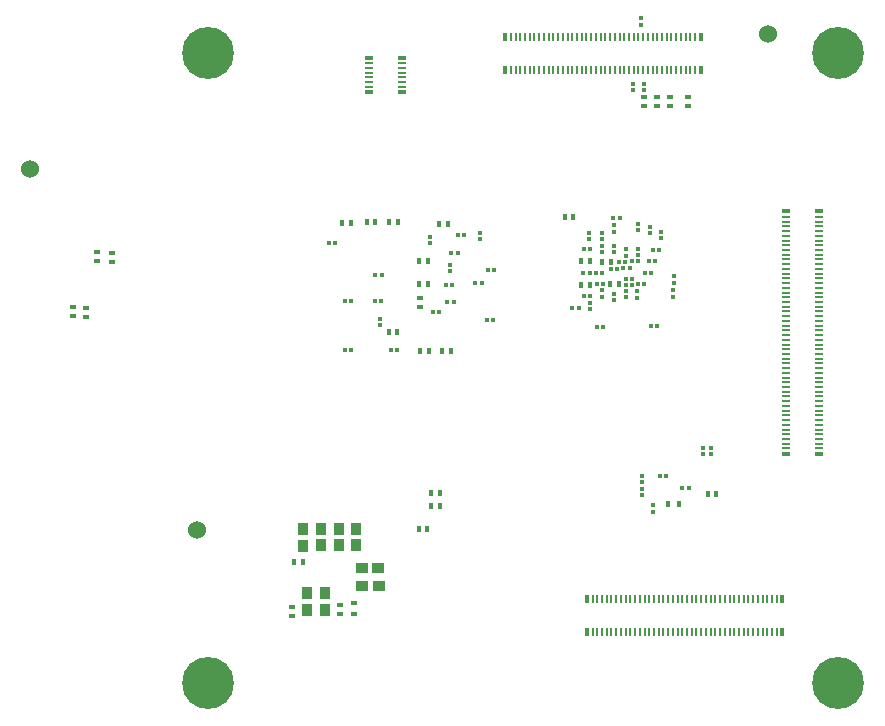
<source format=gbr>
%TF.GenerationSoftware,Altium Limited,Altium Designer,25.7.1 (20)*%
G04 Layer_Color=255*
%FSLAX45Y45*%
%MOMM*%
%TF.SameCoordinates,1AA72D45-9F13-4BD8-B423-63960E99F270*%
%TF.FilePolarity,Positive*%
%TF.FileFunction,Pads,Bot*%
%TF.Part,Single*%
G01*
G75*
%TA.AperFunction,SMDPad,CuDef*%
%ADD23R,0.30480X0.30480*%
%ADD41R,0.45720X0.60960*%
%ADD50R,0.45720X0.50800*%
%ADD51R,0.50800X0.45720*%
%ADD52R,0.99060X0.81280*%
%ADD53R,0.81280X0.99060*%
%ADD55R,0.30480X0.30480*%
%ADD58R,0.60960X0.45720*%
%TA.AperFunction,ComponentPad*%
%ADD77C,4.40004*%
%TA.AperFunction,SMDPad,CuDef*%
%ADD85R,0.68580X0.20320*%
%ADD86R,0.68580X0.35560*%
%ADD87R,0.35560X0.68580*%
%ADD88R,0.20320X0.68580*%
%ADD89C,1.52400*%
D23*
X5607812Y2147138D02*
D03*
X5661203D02*
D03*
X5852820Y2048078D02*
D03*
X5799430D02*
D03*
X5268544Y4336593D02*
D03*
X5215153D02*
D03*
X5548452Y4065803D02*
D03*
X5601843D02*
D03*
X5479085Y3774186D02*
D03*
X5425694D02*
D03*
X5483428Y3873652D02*
D03*
X5536819D02*
D03*
X5516347Y3968750D02*
D03*
X5569737D02*
D03*
X5354676Y3911803D02*
D03*
X5301285D02*
D03*
X5370043Y3967861D02*
D03*
X5423433D02*
D03*
X5261585Y3965245D02*
D03*
X5314975D02*
D03*
X5075326Y3412617D02*
D03*
X5128717D02*
D03*
X5531637Y3420872D02*
D03*
X5585028D02*
D03*
X5017567Y3671062D02*
D03*
X4964176D02*
D03*
X5069713Y3867302D02*
D03*
X5123104D02*
D03*
X5019802Y4069283D02*
D03*
X4966411D02*
D03*
X5013858Y3873652D02*
D03*
X4960468D02*
D03*
X3739540Y3537153D02*
D03*
X3686150D02*
D03*
X3897071Y4192549D02*
D03*
X3950462D02*
D03*
X3863086Y3621710D02*
D03*
X3809695D02*
D03*
X3254426Y3853028D02*
D03*
X3201035D02*
D03*
X3383966Y3218790D02*
D03*
X3330575D02*
D03*
X3252191Y3631590D02*
D03*
X3198800D02*
D03*
X3848176Y3771748D02*
D03*
X3794785D02*
D03*
X4046499Y3781730D02*
D03*
X4099890D02*
D03*
X4146398Y3469945D02*
D03*
X4199788D02*
D03*
X2862148Y4119677D02*
D03*
X2808757D02*
D03*
X2993644Y3635248D02*
D03*
X2940253D02*
D03*
X3897605Y4042969D02*
D03*
X3844214D02*
D03*
X2995219Y3215157D02*
D03*
X2941828D02*
D03*
X5078603Y3773780D02*
D03*
X5131994D02*
D03*
X5193081Y3903548D02*
D03*
X5246472D02*
D03*
X4153916Y3893083D02*
D03*
X4207307D02*
D03*
X4921656Y3570453D02*
D03*
X4868266D02*
D03*
D41*
X5771972Y1910766D02*
D03*
X5676976D02*
D03*
D50*
X2514194Y1420419D02*
D03*
X2589174D02*
D03*
X3641192Y1703756D02*
D03*
X3566211D02*
D03*
X3673704Y2010004D02*
D03*
X3748684D02*
D03*
X3748710Y1899285D02*
D03*
X3673729D02*
D03*
X5122291Y3965651D02*
D03*
X5197272D02*
D03*
X5020894Y3769512D02*
D03*
X4945913D02*
D03*
X3201086Y4302811D02*
D03*
X3126105D02*
D03*
X3843325Y3209315D02*
D03*
X3768344D02*
D03*
X3652037Y3211398D02*
D03*
X3577057D02*
D03*
X2992958Y4291127D02*
D03*
X2917977D02*
D03*
X6088812Y2000504D02*
D03*
X6013831D02*
D03*
X3572231Y3968521D02*
D03*
X3647211D02*
D03*
X3648304Y3776015D02*
D03*
X3573323D02*
D03*
X3389020Y4301211D02*
D03*
X3314040D02*
D03*
X4945609Y3969410D02*
D03*
X5020589D02*
D03*
X5263413Y3772586D02*
D03*
X5188433D02*
D03*
X3736950Y4286148D02*
D03*
X3811930D02*
D03*
X4802657Y4343933D02*
D03*
X4877638D02*
D03*
X3387242Y3368624D02*
D03*
X3312262D02*
D03*
D51*
X2490902Y1040079D02*
D03*
Y965098D02*
D03*
X2904592Y986180D02*
D03*
Y1061161D02*
D03*
X3577742Y3654654D02*
D03*
Y3579673D02*
D03*
X5474640Y5283708D02*
D03*
Y5358689D02*
D03*
X5584292Y5358968D02*
D03*
Y5283987D02*
D03*
X5851474Y5283200D02*
D03*
Y5358181D02*
D03*
X5692800Y5359781D02*
D03*
Y5284800D02*
D03*
X752094Y3499129D02*
D03*
Y3574110D02*
D03*
X644195Y3577844D02*
D03*
Y3502863D02*
D03*
X970280Y3964940D02*
D03*
Y4039921D02*
D03*
X841578Y4044213D02*
D03*
Y3969233D02*
D03*
D52*
X3088462Y1375334D02*
D03*
X3225622D02*
D03*
X3090494Y1223848D02*
D03*
X3227654D02*
D03*
D53*
X2772435Y1157529D02*
D03*
Y1020369D02*
D03*
X3036265Y1566621D02*
D03*
Y1703781D02*
D03*
X2889275Y1565935D02*
D03*
Y1703095D02*
D03*
X2740889Y1565453D02*
D03*
Y1702613D02*
D03*
X2623312Y1157554D02*
D03*
Y1020394D02*
D03*
X2590216Y1698904D02*
D03*
Y1561744D02*
D03*
D55*
X5458739Y2044802D02*
D03*
Y1991411D02*
D03*
X5459527Y2150542D02*
D03*
Y2097151D02*
D03*
X5552440Y1849806D02*
D03*
Y1903197D02*
D03*
X5620614Y4163466D02*
D03*
Y4216857D02*
D03*
X5425161Y4229684D02*
D03*
Y4283075D02*
D03*
X5525059Y4206926D02*
D03*
Y4260317D02*
D03*
X5472278Y5472684D02*
D03*
Y5419293D02*
D03*
X5116779Y4156913D02*
D03*
Y4210304D02*
D03*
X5220995Y3637661D02*
D03*
Y3691052D02*
D03*
X5012487Y4155669D02*
D03*
Y4209059D02*
D03*
X5020208Y3615233D02*
D03*
Y3561842D02*
D03*
X5223256Y4099433D02*
D03*
Y4046042D02*
D03*
X5116779Y4098696D02*
D03*
Y4045306D02*
D03*
X5418506Y3660038D02*
D03*
Y3713429D02*
D03*
X5973648Y2336114D02*
D03*
Y2389505D02*
D03*
X5326482Y4069486D02*
D03*
Y4016096D02*
D03*
X5424957Y4075024D02*
D03*
Y4021633D02*
D03*
X5370322Y3822014D02*
D03*
Y3768623D02*
D03*
X5320944Y3822268D02*
D03*
Y3768877D02*
D03*
X5326075Y3663264D02*
D03*
Y3716655D02*
D03*
X5725465Y3787394D02*
D03*
Y3840785D02*
D03*
X5123764Y3668979D02*
D03*
Y3722370D02*
D03*
X3835603Y3888257D02*
D03*
Y3941648D02*
D03*
X3662705Y4173753D02*
D03*
Y4120363D02*
D03*
X4085565Y4154272D02*
D03*
Y4207662D02*
D03*
X6039206Y2335987D02*
D03*
Y2389378D02*
D03*
X5719928Y3669894D02*
D03*
Y3723284D02*
D03*
X5225034Y4273448D02*
D03*
Y4220058D02*
D03*
X5453177Y6025109D02*
D03*
Y5971718D02*
D03*
X3242208Y3483407D02*
D03*
Y3430016D02*
D03*
X5381904Y5472024D02*
D03*
Y5418633D02*
D03*
D58*
X3020365Y1075715D02*
D03*
Y980719D02*
D03*
D77*
X7119518Y400990D02*
D03*
X1785518D02*
D03*
Y5734990D02*
D03*
X7119518D02*
D03*
D85*
X6679819Y2544445D02*
D03*
Y2584425D02*
D03*
Y2624430D02*
D03*
Y2664435D02*
D03*
Y2704440D02*
D03*
Y2744445D02*
D03*
Y2784424D02*
D03*
Y2824429D02*
D03*
Y2864434D02*
D03*
Y2904439D02*
D03*
Y2944444D02*
D03*
Y2984424D02*
D03*
Y3024429D02*
D03*
Y3064434D02*
D03*
Y3104439D02*
D03*
Y3144444D02*
D03*
Y3184423D02*
D03*
Y3224428D02*
D03*
Y3264433D02*
D03*
Y3304438D02*
D03*
Y3344443D02*
D03*
Y3384423D02*
D03*
Y3424428D02*
D03*
Y3464433D02*
D03*
Y3504438D02*
D03*
Y3544443D02*
D03*
Y3584423D02*
D03*
Y3624428D02*
D03*
Y3664433D02*
D03*
Y3704438D02*
D03*
Y3744443D02*
D03*
Y3784422D02*
D03*
Y3824427D02*
D03*
Y3864432D02*
D03*
Y3904437D02*
D03*
Y3944442D02*
D03*
Y3984422D02*
D03*
Y4024427D02*
D03*
Y4064432D02*
D03*
Y4104437D02*
D03*
Y4144442D02*
D03*
Y4184421D02*
D03*
Y4224426D02*
D03*
Y4264431D02*
D03*
Y4304436D02*
D03*
Y4344441D02*
D03*
Y2384425D02*
D03*
Y2424430D02*
D03*
Y2464435D02*
D03*
Y2504440D02*
D03*
X6953377Y2544445D02*
D03*
Y2584425D02*
D03*
Y2624430D02*
D03*
Y2664435D02*
D03*
Y2704440D02*
D03*
Y2744445D02*
D03*
Y2784424D02*
D03*
Y2824429D02*
D03*
Y2864434D02*
D03*
Y2904439D02*
D03*
Y2944444D02*
D03*
Y2984424D02*
D03*
Y3024429D02*
D03*
Y3064434D02*
D03*
Y3104439D02*
D03*
Y3144444D02*
D03*
Y3184423D02*
D03*
Y3224428D02*
D03*
Y3264433D02*
D03*
Y3304438D02*
D03*
Y3344443D02*
D03*
Y3384423D02*
D03*
Y3424428D02*
D03*
Y3464433D02*
D03*
Y3504438D02*
D03*
Y3544443D02*
D03*
Y3584423D02*
D03*
Y3624428D02*
D03*
Y3664433D02*
D03*
Y3704438D02*
D03*
Y3744443D02*
D03*
Y3784422D02*
D03*
Y3824427D02*
D03*
Y3864432D02*
D03*
Y3904437D02*
D03*
Y3944442D02*
D03*
Y3984422D02*
D03*
Y4024427D02*
D03*
Y4064432D02*
D03*
Y4104437D02*
D03*
Y4144442D02*
D03*
Y4184421D02*
D03*
Y4224426D02*
D03*
Y4264431D02*
D03*
Y4304436D02*
D03*
Y4344441D02*
D03*
Y2384425D02*
D03*
Y2424430D02*
D03*
Y2464435D02*
D03*
Y2504440D02*
D03*
X3422320Y5645760D02*
D03*
Y5605755D02*
D03*
Y5565750D02*
D03*
Y5525770D02*
D03*
Y5485765D02*
D03*
Y5445760D02*
D03*
X3148762Y5645760D02*
D03*
Y5605755D02*
D03*
Y5565750D02*
D03*
Y5525770D02*
D03*
Y5485765D02*
D03*
Y5445760D02*
D03*
D86*
X6679819Y4391939D02*
D03*
Y2336927D02*
D03*
X6953377Y4391939D02*
D03*
Y2336927D02*
D03*
X3422320Y5693258D02*
D03*
Y5398262D02*
D03*
X3148762Y5693258D02*
D03*
Y5398262D02*
D03*
D87*
X4992218Y832129D02*
D03*
Y1105687D02*
D03*
X6647231Y832129D02*
D03*
Y1105687D02*
D03*
X5955360Y5864606D02*
D03*
Y5591048D02*
D03*
X4300347Y5864606D02*
D03*
Y5591048D02*
D03*
D88*
X5039716Y832129D02*
D03*
Y1105687D02*
D03*
X5079721Y832129D02*
D03*
Y1105687D02*
D03*
X5119726Y832129D02*
D03*
Y1105687D02*
D03*
X5159731Y832129D02*
D03*
Y1105687D02*
D03*
X5199736Y832129D02*
D03*
Y1105687D02*
D03*
X5239715Y832129D02*
D03*
Y1105687D02*
D03*
X5279720Y832129D02*
D03*
Y1105687D02*
D03*
X5319725Y832129D02*
D03*
Y1105687D02*
D03*
X5359730Y832129D02*
D03*
Y1105687D02*
D03*
X5399735Y832129D02*
D03*
Y1105687D02*
D03*
X5439715Y832129D02*
D03*
Y1105687D02*
D03*
X5479720Y832129D02*
D03*
Y1105687D02*
D03*
X5519725Y832129D02*
D03*
Y1105687D02*
D03*
X5559730Y832129D02*
D03*
Y1105687D02*
D03*
X5599735Y832129D02*
D03*
Y1105687D02*
D03*
X5639714Y832129D02*
D03*
Y1105687D02*
D03*
X5679719Y832129D02*
D03*
Y1105687D02*
D03*
X5719724Y832129D02*
D03*
Y1105687D02*
D03*
X5759729Y832129D02*
D03*
Y1105687D02*
D03*
X5799734Y832129D02*
D03*
Y1105687D02*
D03*
X5839714Y832129D02*
D03*
Y1105687D02*
D03*
X5879719Y832129D02*
D03*
Y1105687D02*
D03*
X5919724Y832129D02*
D03*
Y1105687D02*
D03*
X5959729Y832129D02*
D03*
Y1105687D02*
D03*
X5999734Y832129D02*
D03*
Y1105687D02*
D03*
X6039714Y832129D02*
D03*
Y1105687D02*
D03*
X6079719Y832129D02*
D03*
Y1105687D02*
D03*
X6119724Y832129D02*
D03*
Y1105687D02*
D03*
X6159729Y832129D02*
D03*
Y1105687D02*
D03*
X6199734Y832129D02*
D03*
Y1105687D02*
D03*
X6239713Y832129D02*
D03*
Y1105687D02*
D03*
X6279718Y832129D02*
D03*
Y1105687D02*
D03*
X6319723Y832129D02*
D03*
Y1105687D02*
D03*
X6359728Y832129D02*
D03*
Y1105687D02*
D03*
X6399733Y832129D02*
D03*
Y1105687D02*
D03*
X6439713Y832129D02*
D03*
Y1105687D02*
D03*
X6479718Y832129D02*
D03*
Y1105687D02*
D03*
X6519723Y832129D02*
D03*
Y1105687D02*
D03*
X6559728Y832129D02*
D03*
Y1105687D02*
D03*
X6599733Y832129D02*
D03*
Y1105687D02*
D03*
X5907862Y5864606D02*
D03*
Y5591048D02*
D03*
X5867857Y5864606D02*
D03*
Y5591048D02*
D03*
X5827852Y5864606D02*
D03*
Y5591048D02*
D03*
X5787847Y5864606D02*
D03*
Y5591048D02*
D03*
X5747842Y5864606D02*
D03*
Y5591048D02*
D03*
X5707863Y5864606D02*
D03*
Y5591048D02*
D03*
X5667858Y5864606D02*
D03*
Y5591048D02*
D03*
X5627853Y5864606D02*
D03*
Y5591048D02*
D03*
X5587848Y5864606D02*
D03*
Y5591048D02*
D03*
X5547843Y5864606D02*
D03*
Y5591048D02*
D03*
X5507863Y5864606D02*
D03*
Y5591048D02*
D03*
X5467858Y5864606D02*
D03*
Y5591048D02*
D03*
X5427853Y5864606D02*
D03*
Y5591048D02*
D03*
X5387848Y5864606D02*
D03*
Y5591048D02*
D03*
X5347843Y5864606D02*
D03*
Y5591048D02*
D03*
X5307863Y5864606D02*
D03*
Y5591048D02*
D03*
X5267858Y5864606D02*
D03*
Y5591048D02*
D03*
X5227853Y5864606D02*
D03*
Y5591048D02*
D03*
X5187848Y5864606D02*
D03*
Y5591048D02*
D03*
X5147843Y5864606D02*
D03*
Y5591048D02*
D03*
X5107864Y5864606D02*
D03*
Y5591048D02*
D03*
X5067859Y5864606D02*
D03*
Y5591048D02*
D03*
X5027854Y5864606D02*
D03*
Y5591048D02*
D03*
X4987849Y5864606D02*
D03*
Y5591048D02*
D03*
X4947844Y5864606D02*
D03*
Y5591048D02*
D03*
X4907864Y5864606D02*
D03*
Y5591048D02*
D03*
X4867859Y5864606D02*
D03*
Y5591048D02*
D03*
X4827854Y5864606D02*
D03*
Y5591048D02*
D03*
X4787849Y5864606D02*
D03*
Y5591048D02*
D03*
X4747844Y5864606D02*
D03*
Y5591048D02*
D03*
X4707865Y5864606D02*
D03*
Y5591048D02*
D03*
X4667860Y5864606D02*
D03*
Y5591048D02*
D03*
X4627855Y5864606D02*
D03*
Y5591048D02*
D03*
X4587850Y5864606D02*
D03*
Y5591048D02*
D03*
X4547845Y5864606D02*
D03*
Y5591048D02*
D03*
X4507865Y5864606D02*
D03*
Y5591048D02*
D03*
X4467860Y5864606D02*
D03*
Y5591048D02*
D03*
X4427855Y5864606D02*
D03*
Y5591048D02*
D03*
X4387850Y5864606D02*
D03*
Y5591048D02*
D03*
X4347845Y5864606D02*
D03*
Y5591048D02*
D03*
D89*
X1693723Y1692656D02*
D03*
X6527292Y5890057D02*
D03*
X277419Y4754575D02*
D03*
%TF.MD5,9c3f1d128069ae74edc5589ec33a52b8*%
M02*

</source>
